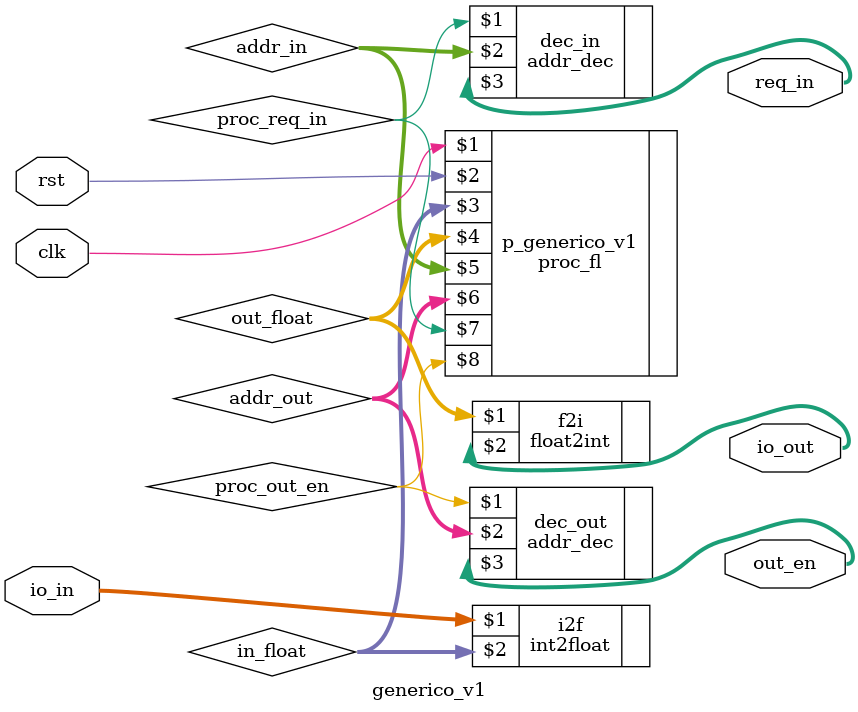
<source format=v>
module generico_v1 (
input clk, rst,
input [15:0] io_in,
output [32:0] io_out,
output [3:0] req_in,
output [3:0] out_en);

wire signed [32:0] in_float;
wire signed [32:0] out_float;

int2float #(.MAN(16),.EXP(16)) i2f (io_in, in_float);

wire proc_req_in, proc_out_en;
wire [1:0] addr_in;
wire [1:0] addr_out;

proc_fl #(.NBMANT(16),
.NBEXPO(16),
.MDATAS(5510),
.MINSTS(35954),
.SDEPTH(16),
.NUIOIN(4),
.NUIOOU(4),
.DFILE("C:/Users/melis/OneDrive/- TCC/Processadores/generico_v1/generico_v1/Hardware/generico_v1_H/generico_v1_data.mif"),
.IFILE("C:/Users/melis/OneDrive/- TCC/Processadores/generico_v1/generico_v1/Hardware/generico_v1_H/generico_v1_inst.mif")
) p_generico_v1 (clk, rst, in_float, out_float, addr_in, addr_out, proc_req_in, proc_out_en);

float2int #(.EXP(16),.MAN(16)) f2i (out_float, io_out);

addr_dec #(4) dec_in (proc_req_in, addr_in , req_in);
addr_dec #(4) dec_out(proc_out_en, addr_out, out_en);

endmodule

</source>
